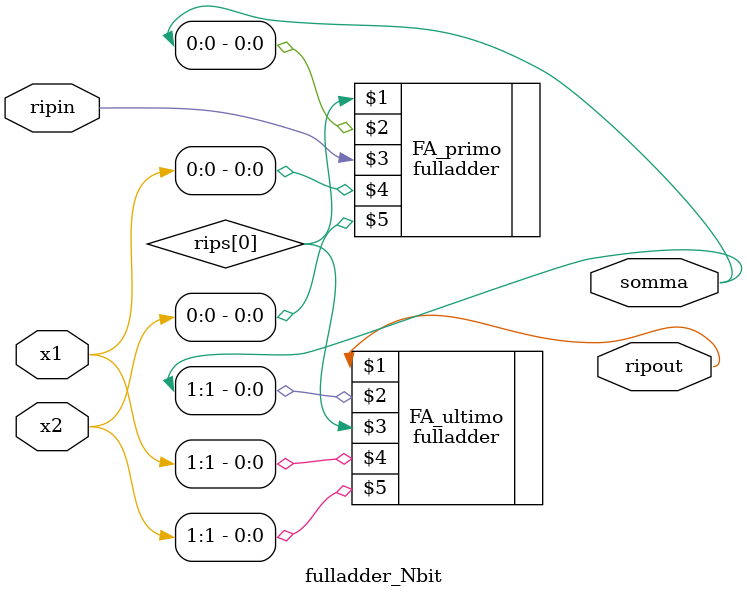
<source format=v>
module fulladder_Nbit(output ripout, output [N-1:0]somma, input ripin, input [N-1:0]x1, input [N-1:0]x2);
    parameter N=2;
    wire rips[N-1];

    fulladder FA_primo(rips[0], somma[0], ripin, x1[0], x2[0]);

    genvar i;
    generate
        for (i=1; i<N-1; i=i+1)
            begin
                fulladder FA(rips[i], somma[i], rips[i-1], x1[i], x2[i]);
            end
    endgenerate

    fulladder FA_ultimo(ripout, somma[N-1], rips[N-2], x1[N-1], x2[N-1]);
endmodule
</source>
